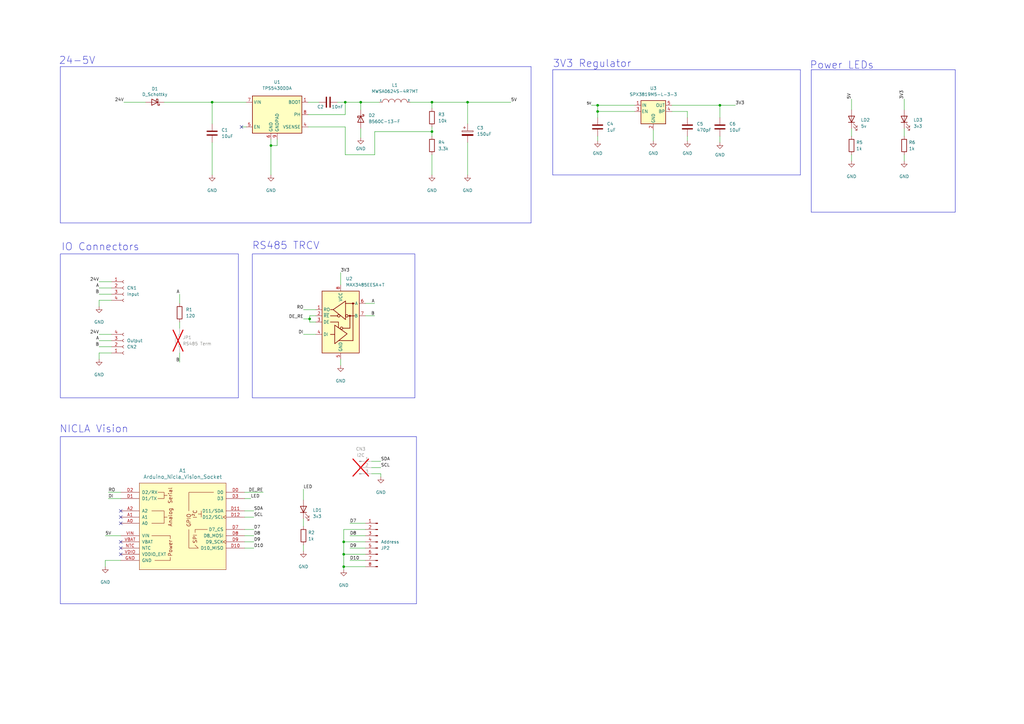
<source format=kicad_sch>
(kicad_sch (version 20250114) (generator "eeschema") (generator_version "9.0")
  (paper "A3")
  (title_block (title "NiclaVCarrier") (date "2025-07-20") (rev "1.0"))
  (lib_symbols
    (symbol "Connector:Conn_01x03_Pin" (pin_names (offset 1.016) (hide yes))
      (property "Reference" "J" (at 0 5.08 0))
      (property "Value" "Conn_01x03_Pin" (at 0 -5.08 0))
      (symbol "Conn_01x03_Pin_1_1"
        (rectangle (start 0.8636 2.667) (end 0 2.413) (stroke (width 0.1524)) (fill (type outline)))
        (rectangle (start 0.8636 0.127) (end 0 -0.127) (stroke (width 0.1524)) (fill (type outline)))
        (rectangle (start 0.8636 -2.413) (end 0 -2.667) (stroke (width 0.1524)) (fill (type outline)))
        (polyline (pts (xy 1.27 2.54) (xy 0.8636 2.54)) (stroke (width 0.1524)))
        (polyline (pts (xy 1.27 0) (xy 0.8636 0)) (stroke (width 0.1524)))
        (polyline (pts (xy 1.27 -2.54) (xy 0.8636 -2.54)) (stroke (width 0.1524)))
        (pin passive line (at 5.08 2.54 180) (length 3.81) (name "Pin_1") (number "1"))
        (pin passive line (at 5.08 0 180) (length 3.81) (name "Pin_2") (number "2"))
        (pin passive line (at 5.08 -2.54 180) (length 3.81) (name "Pin_3") (number "3"))
      )
    )
    (symbol "Connector:Conn_01x04_Socket" (pin_names (offset 1.016) (hide yes))
      (property "Reference" "J" (at 0 5.08 0))
      (property "Value" "Conn_01x04_Socket" (at 0 -7.62 0))
      (symbol "Conn_01x04_Socket_1_1"
        (polyline (pts (xy -1.27 2.54) (xy -0.508 2.54)) (stroke (width 0.1524)))
        (polyline (pts (xy -1.27 0) (xy -0.508 0)) (stroke (width 0.1524)))
        (polyline (pts (xy -1.27 -2.54) (xy -0.508 -2.54)) (stroke (width 0.1524)))
        (polyline (pts (xy -1.27 -5.08) (xy -0.508 -5.08)) (stroke (width 0.1524)))
        (arc (start 0 2.032) (mid -0.5058 2.54) (end 0 3.048) (stroke (width 0.1524)))
        (arc (start 0 -0.508) (mid -0.5058 0) (end 0 0.508) (stroke (width 0.1524)))
        (arc (start 0 -3.048) (mid -0.5058 -2.54) (end 0 -2.032) (stroke (width 0.1524)))
        (arc (start 0 -5.588) (mid -0.5058 -5.08) (end 0 -4.572) (stroke (width 0.1524)))
        (pin passive line (at -5.08 2.54 0) (length 3.81) (name "Pin_1") (number "1"))
        (pin passive line (at -5.08 0 0) (length 3.81) (name "Pin_2") (number "2"))
        (pin passive line (at -5.08 -2.54 0) (length 3.81) (name "Pin_3") (number "3"))
        (pin passive line (at -5.08 -5.08 0) (length 3.81) (name "Pin_4") (number "4"))
      )
    )
    (symbol "Connector:Conn_01x08_Pin" (pin_names (offset 1.016) (hide yes))
      (property "Reference" "J" (at 0 10.16 0))
      (property "Value" "Conn_01x08_Pin" (at 0 -12.7 0))
      (symbol "Conn_01x08_Pin_1_1"
        (rectangle (start 0.8636 7.747) (end 0 7.493) (stroke (width 0.1524)) (fill (type outline)))
        (rectangle (start 0.8636 5.207) (end 0 4.953) (stroke (width 0.1524)) (fill (type outline)))
        (rectangle (start 0.8636 2.667) (end 0 2.413) (stroke (width 0.1524)) (fill (type outline)))
        (rectangle (start 0.8636 0.127) (end 0 -0.127) (stroke (width 0.1524)) (fill (type outline)))
        (rectangle (start 0.8636 -2.413) (end 0 -2.667) (stroke (width 0.1524)) (fill (type outline)))
        (rectangle (start 0.8636 -4.953) (end 0 -5.207) (stroke (width 0.1524)) (fill (type outline)))
        (rectangle (start 0.8636 -7.493) (end 0 -7.747) (stroke (width 0.1524)) (fill (type outline)))
        (rectangle (start 0.8636 -10.033) (end 0 -10.287) (stroke (width 0.1524)) (fill (type outline)))
        (polyline (pts (xy 1.27 7.62) (xy 0.8636 7.62)) (stroke (width 0.1524)))
        (polyline (pts (xy 1.27 5.08) (xy 0.8636 5.08)) (stroke (width 0.1524)))
        (polyline (pts (xy 1.27 2.54) (xy 0.8636 2.54)) (stroke (width 0.1524)))
        (polyline (pts (xy 1.27 0) (xy 0.8636 0)) (stroke (width 0.1524)))
        (polyline (pts (xy 1.27 -2.54) (xy 0.8636 -2.54)) (stroke (width 0.1524)))
        (polyline (pts (xy 1.27 -5.08) (xy 0.8636 -5.08)) (stroke (width 0.1524)))
        (polyline (pts (xy 1.27 -7.62) (xy 0.8636 -7.62)) (stroke (width 0.1524)))
        (polyline (pts (xy 1.27 -10.16) (xy 0.8636 -10.16)) (stroke (width 0.1524)))
        (pin passive line (at 5.08 7.62 180) (length 3.81) (name "Pin_1") (number "1"))
        (pin passive line (at 5.08 5.08 180) (length 3.81) (name "Pin_2") (number "2"))
        (pin passive line (at 5.08 2.54 180) (length 3.81) (name "Pin_3") (number "3"))
        (pin passive line (at 5.08 0 180) (length 3.81) (name "Pin_4") (number "4"))
        (pin passive line (at 5.08 -2.54 180) (length 3.81) (name "Pin_5") (number "5"))
        (pin passive line (at 5.08 -5.08 180) (length 3.81) (name "Pin_6") (number "6"))
        (pin passive line (at 5.08 -7.62 180) (length 3.81) (name "Pin_7") (number "7"))
        (pin passive line (at 5.08 -10.16 180) (length 3.81) (name "Pin_8") (number "8"))
      )
    )
    (symbol "Device:C" (pin_numbers (hide yes)) (pin_names (offset 0.254))
      (property "Reference" "C" (at 0.635 2.54 0))
      (property "Value" "C" (at 0.635 -2.54 0))
      (symbol "C_0_1"
        (polyline (pts (xy -2.032 0.762) (xy 2.032 0.762)) (stroke (width 0.508)))
        (polyline (pts (xy -2.032 -0.762) (xy 2.032 -0.762)) (stroke (width 0.508)))
      )
      (symbol "C_1_1"
        (pin passive line (at 0 3.81 270) (length 2.794) (name "~") (number "1"))
        (pin passive line (at 0 -3.81 90) (length 2.794) (name "~") (number "2"))
      )
    )
    (symbol "Device:C_Polarized" (pin_numbers (hide yes)) (pin_names (offset 0.254))
      (property "Reference" "C" (at 0.635 2.54 0))
      (property "Value" "C_Polarized" (at 0.635 -2.54 0))
      (symbol "C_Polarized_0_1"
        (rectangle (start -2.286 0.508) (end 2.286 1.016))
        (polyline (pts (xy -1.778 2.286) (xy -0.762 2.286)))
        (polyline (pts (xy -1.27 2.794) (xy -1.27 1.778)))
        (rectangle (start 2.286 -0.508) (end -2.286 -1.016) (fill (type outline)))
      )
      (symbol "C_Polarized_1_1"
        (pin passive line (at 0 3.81 270) (length 2.794) (name "~") (number "1"))
        (pin passive line (at 0 -3.81 90) (length 2.794) (name "~") (number "2"))
      )
    )
    (symbol "Device:D_Schottky" (pin_numbers (hide yes)) (pin_names (offset 1.016) (hide yes))
      (property "Reference" "D" (at 0 2.54 0))
      (property "Value" "D_Schottky" (at 0 -2.54 0))
      (symbol "D_Schottky_0_1"
        (polyline (pts (xy -1.905 0.635) (xy -1.905 1.27) (xy -1.27 1.27) (xy -1.27 -1.27) (xy -0.635 -1.27) (xy -0.635 -0.635)) (stroke (width 0.254)))
        (polyline (pts (xy 1.27 1.27) (xy 1.27 -1.27) (xy -1.27 0) (xy 1.27 1.27)) (stroke (width 0.254)))
        (polyline (pts (xy 1.27 0) (xy -1.27 0)))
      )
      (symbol "D_Schottky_1_1"
        (pin passive line (at -3.81 0 0) (length 2.54) (name "K") (number "1"))
        (pin passive line (at 3.81 0 180) (length 2.54) (name "A") (number "2"))
      )
    )
    (symbol "Device:LED" (pin_numbers (hide yes)) (pin_names (offset 1.016) (hide yes))
      (property "Reference" "D" (at 0 2.54 0))
      (property "Value" "LED" (at 0 -2.54 0))
      (symbol "LED_0_1"
        (polyline (pts (xy -3.048 -0.762) (xy -4.572 -2.286) (xy -3.81 -2.286) (xy -4.572 -2.286) (xy -4.572 -1.524)))
        (polyline (pts (xy -1.778 -0.762) (xy -3.302 -2.286) (xy -2.54 -2.286) (xy -3.302 -2.286) (xy -3.302 -1.524)))
        (polyline (pts (xy -1.27 0) (xy 1.27 0)))
        (polyline (pts (xy -1.27 -1.27) (xy -1.27 1.27)) (stroke (width 0.254)))
        (polyline (pts (xy 1.27 -1.27) (xy 1.27 1.27) (xy -1.27 0) (xy 1.27 -1.27)) (stroke (width 0.254)))
      )
      (symbol "LED_1_1"
        (pin passive line (at -3.81 0 0) (length 2.54) (name "K") (number "1"))
        (pin passive line (at 3.81 0 180) (length 2.54) (name "A") (number "2"))
      )
    )
    (symbol "Device:R" (pin_numbers (hide yes)) (pin_names (offset 0))
      (property "Reference" "R" (at 2.032 0 90))
      (property "Value" "R" (at 0 0 90))
      (symbol "R_0_1"
        (rectangle (start -1.016 -2.54) (end 1.016 2.54) (stroke (width 0.254)))
      )
      (symbol "R_1_1"
        (pin passive line (at 0 3.81 270) (length 1.27) (name "~") (number "1"))
        (pin passive line (at 0 -3.81 90) (length 1.27) (name "~") (number "2"))
      )
    )
    (symbol "Interface_UART:MAX485E"
      (property "Reference" "U" (at -6.985 13.97 0))
      (property "Value" "MAX485E" (at 1.905 13.97 0))
      (symbol "MAX485E_0_1"
        (rectangle (start -7.62 12.7) (end 7.62 -12.7) (stroke (width 0.254)) (fill (type background)))
        (polyline (pts (xy -4.191 2.54) (xy -1.27 2.54)) (stroke (width 0.254)))
        (polyline (pts (xy -4.191 0) (xy -0.889 0) (xy -0.889 -2.286)) (stroke (width 0.254)))
        (polyline (pts (xy -3.175 5.08) (xy -4.191 5.08) (xy -4.064 5.08)) (stroke (width 0.254)))
        (polyline (pts (xy -2.54 -5.08) (xy -4.191 -5.08)) (stroke (width 0.254)))
        (polyline (pts (xy -2.413 -5.08) (xy -2.413 -1.27) (xy 2.667 -4.826) (xy -2.413 -8.89) (xy -2.413 -5.08)) (stroke (width 0.254)))
        (polyline (pts (xy -0.635 -7.62) (xy 5.08 -7.62)) (stroke (width 0.254)))
        (circle (center 0.381 -2.54) (radius 0.508) (stroke (width 0.254)))
        (polyline (pts (xy 0.889 -2.54) (xy 3.81 -2.54)) (stroke (width 0.254)))
        (polyline (pts (xy 2.032 7.62) (xy 5.715 7.62)) (stroke (width 0.254)))
        (polyline (pts (xy 3.048 2.54) (xy 5.715 2.54)) (stroke (width 0.254)))
        (circle (center 3.81 2.54) (radius 0.2794) (stroke (width 0.254)) (fill (type outline)))
        (polyline (pts (xy 3.81 -2.54) (xy 3.81 2.54)) (stroke (width 0.254)))
        (polyline (pts (xy 5.08 -7.62) (xy 5.08 7.62)) (stroke (width 0.254)))
      )
      (symbol "MAX485E_1_1"
        (circle (center -0.762 2.54) (radius 0.508) (stroke (width 0.254)))
        (polyline (pts (xy 2.032 4.826) (xy 2.032 8.636) (xy -3.048 5.08) (xy 2.032 1.016) (xy 2.032 4.826)) (stroke (width 0.254)))
        (circle (center 2.54 2.54) (radius 0.508) (stroke (width 0.254)))
        (circle (center 5.08 7.62) (radius 0.2794) (stroke (width 0.254)) (fill (type outline)))
        (pin output line (at -10.16 5.08 0) (length 2.54) (name "RO") (number "1"))
        (pin input line (at -10.16 2.54 0) (length 2.54) (name "~{RE}") (number "2"))
        (pin input line (at -10.16 0 0) (length 2.54) (name "DE") (number "3"))
        (pin input line (at -10.16 -5.08 0) (length 2.54) (name "DI") (number "4"))
        (pin power_in line (at 0 15.24 270) (length 2.54) (name "VCC") (number "8"))
        (pin power_in line (at 0 -15.24 90) (length 2.54) (name "GND") (number "5"))
        (pin bidirectional line (at 10.16 7.62 180) (length 2.54) (name "A") (number "6"))
        (pin bidirectional line (at 10.16 2.54 180) (length 2.54) (name "B") (number "7"))
      )
    )
    (symbol "Jumper:Jumper_2_Open" (pin_numbers (hide yes)) (pin_names (offset 0) (hide yes))
      (property "Reference" "JP" (at 0 2.794 0))
      (property "Value" "Jumper_2_Open" (at 0 -2.286 0))
      (symbol "Jumper_2_Open_0_0"
        (circle (center -2.032 0) (radius 0.508))
        (circle (center 2.032 0) (radius 0.508))
      )
      (symbol "Jumper_2_Open_0_1"
        (arc (start -1.524 1.27) (mid 0 1.778) (end 1.524 1.27))
      )
      (symbol "Jumper_2_Open_1_1"
        (pin passive line (at -5.08 0 0) (length 2.54) (name "A") (number "1"))
        (pin passive line (at 5.08 0 180) (length 2.54) (name "B") (number "2"))
      )
    )
    (symbol "Regulator_Linear:SPX3819M5-L-3-3" (pin_names (offset 0.254))
      (property "Reference" "U" (at -3.81 5.715 0))
      (property "Value" "SPX3819M5-L-3-3" (at 0 5.715 0))
      (symbol "SPX3819M5-L-3-3_0_1"
        (rectangle (start -5.08 4.445) (end 5.08 -5.08) (stroke (width 0.254)) (fill (type background)))
      )
      (symbol "SPX3819M5-L-3-3_1_1"
        (pin power_in line (at -7.62 2.54 0) (length 2.54) (name "IN") (number "1"))
        (pin input line (at -7.62 0 0) (length 2.54) (name "EN") (number "3"))
        (pin power_in line (at 0 -7.62 90) (length 2.54) (name "GND") (number "2"))
        (pin power_out line (at 7.62 2.54 180) (length 2.54) (name "OUT") (number "5"))
        (pin input line (at 7.62 0 180) (length 2.54) (name "BP") (number "4"))
      )
    )
    (symbol "Regulator_Switching:TPS5430DDA"
      (property "Reference" "U" (at -10.16 8.89 0))
      (property "Value" "TPS5430DDA" (at -1.27 8.89 0))
      (symbol "TPS5430DDA_0_1"
        (rectangle (start -10.16 7.62) (end 10.16 -7.62) (stroke (width 0.254)) (fill (type background)))
      )
      (symbol "TPS5430DDA_1_1"
        (pin power_in line (at -12.7 5.08 0) (length 2.54) (name "VIN") (number "7"))
        (pin input line (at -12.7 -5.08 0) (length 2.54) (name "EN") (number "5"))
        (pin no_connect line (at -10.16 2.54 0) (length 2.54) (hide yes) (name "NC") (number "2"))
        (pin no_connect line (at -10.16 -2.54 0) (length 2.54) (hide yes) (name "NC") (number "3"))
        (pin power_in line (at -2.54 -10.16 90) (length 2.54) (name "GND") (number "6"))
        (pin power_in line (at 0 -10.16 90) (length 2.54) (name "GNDPAD") (number "9"))
        (pin input line (at 12.7 5.08 180) (length 2.54) (name "BOOT") (number "1"))
        (pin output line (at 12.7 0 180) (length 2.54) (name "PH") (number "8"))
        (pin input line (at 12.7 -5.08 180) (length 2.54) (name "VSENSE") (number "4"))
      )
    )
    (symbol "arduino-library:Arduino_Nicla_Vision_Socket" (pin_names (offset 1.016))
      (property "Reference" "A" (at 0 33.02 0))
      (property "Value" "Arduino_Nicla_Vision_Socket" (at 0 29.21 0))
      (symbol "Arduino_Nicla_Vision_Socket_0_0"
        (rectangle (start -17.78 26.67) (end 17.78 -8.89) (fill (type background)))
        (polyline (pts (xy -11.43 -5.08) (xy -5.08 -5.08) (xy -5.08 -3.81)))
        (polyline (pts (xy -10.16 22.86) (xy -7.62 22.86) (xy -7.62 20.32) (xy -10.16 20.32)))
        (polyline (pts (xy -7.62 21.59) (xy -6.35 21.59)))
        (polyline (pts (xy -7.62 12.7) (xy -6.35 12.7)))
        (polyline (pts (xy -5.08 3.81) (xy -5.08 5.08) (xy -12.7 5.08)))
        (polyline (pts (xy 5.08 6.35) (xy 5.08 6.35) (xy 5.08 7.62) (xy 10.16 7.62)))
        (polyline (pts (xy 6.35 0) (xy 6.35 0) (xy 6.35 0) (xy 5.08 1.27)))
        (polyline (pts (xy 7.62 13.97) (xy 6.35 13.97)))
        (polyline (pts (xy 7.62 12.7) (xy 7.62 12.7) (xy 7.62 15.24) (xy 7.62 15.24)))
        (text "Serial" (at -5.08 21.59 900) (effects (font (size 1.524 1.524))))
        (text "Analog" (at -5.08 12.7 900) (effects (font (size 1.524 1.524))))
        (text "Power" (at -5.08 0 900) (effects (font (size 1.524 1.524))))
        (text "I²C" (at 5.08 13.97 900) (effects (font (size 1.524 1.524))))
      )
      (symbol "Arduino_Nicla_Vision_Socket_0_1"
        (polyline (pts (xy -12.7 15.24) (xy -7.62 15.24) (xy -7.62 12.7)))
        (polyline (pts (xy -12.7 10.16) (xy -7.62 10.16) (xy -7.62 12.7)))
        (polyline (pts (xy 6.35 0) (xy 2.54 0) (xy 2.54 7.62)))
        (polyline (pts (xy 12.7 22.86) (xy 2.54 22.86) (xy 2.54 15.24)))
      )
      (symbol "Arduino_Nicla_Vision_Socket_1_0"
        (text "GPIO" (at 2.54 11.43 900) (effects (font (size 1.524 1.524))))
        (text "SPI" (at 5.08 3.81 900) (effects (font (size 1.524 1.524))))
      )
      (symbol "Arduino_Nicla_Vision_Socket_1_1"
        (pin bidirectional line (at -25.4 22.86 0) (length 7.62) (name "D2/RX") (number "D2"))
        (pin bidirectional line (at -25.4 20.32 0) (length 7.62) (name "D1/TX") (number "D1"))
        (pin bidirectional line (at -25.4 15.24 0) (length 7.62) (name "A2") (number "A2"))
        (pin bidirectional line (at -25.4 12.7 0) (length 7.62) (name "A1") (number "A1"))
        (pin bidirectional line (at -25.4 10.16 0) (length 7.62) (name "A0") (number "A0"))
        (pin power_in line (at -25.4 5.08 0) (length 7.62) (name "VIN") (number "VIN"))
        (pin power_in line (at -25.4 2.54 0) (length 7.62) (name "VBAT") (number "VBAT"))
        (pin input line (at -25.4 0 0) (length 7.62) (name "NTC") (number "NTC"))
        (pin power_out line (at -25.4 -2.54 0) (length 7.62) (name "VDDIO_EXT") (number "VDIO"))
        (pin power_in line (at -25.4 -5.08 0) (length 7.62) (name "GND") (number "GND"))
        (pin bidirectional line (at 25.4 22.86 180) (length 7.62) (name "D0") (number "D0"))
        (pin bidirectional line (at 25.4 20.32 180) (length 7.62) (name "D3") (number "D3"))
        (pin bidirectional line (at 25.4 15.24 180) (length 7.62) (name "D11/SDA") (number "D11"))
        (pin bidirectional clock (at 25.4 12.7 180) (length 7.62) (name "D12/SCL") (number "D12"))
        (pin bidirectional line (at 25.4 7.62 180) (length 7.62) (name "D7_CS") (number "D7"))
        (pin bidirectional line (at 25.4 5.08 180) (length 7.62) (name "D8_MOSI") (number "D8"))
        (pin bidirectional clock (at 25.4 2.54 180) (length 7.62) (name "D9_SCK") (number "D9"))
        (pin bidirectional line (at 25.4 0 180) (length 7.62) (name "D10_MISO") (number "D10"))
      )
    )
    (symbol "power:GND" (power) (pin_names (offset 0))
      (property "Value" "GND" (at 0 -3.81 0))
      (symbol "GND_0_1"
        (polyline (pts (xy 0 0) (xy 0 -1.27) (xy 1.27 -1.27) (xy 0 -2.54) (xy -1.27 -1.27) (xy 0 -1.27)))
      )
      (symbol "GND_1_1"
        (pin power_in line (at 0 0 270) (length 0) (hide yes) (name "GND") (number "1"))
      )
    )
    (symbol "pspice:INDUCTOR" (pin_numbers (hide yes)) (pin_names (offset 0))
      (property "Reference" "L" (at 0 2.54 0))
      (property "Value" "INDUCTOR" (at 0 -1.27 0))
      (symbol "INDUCTOR_0_1"
        (arc (start -5.08 0) (mid -3.81 1.2645) (end -2.54 0))
        (arc (start -2.54 0) (mid -1.27 1.2645) (end 0 0))
        (arc (start 0 0) (mid 1.27 1.2645) (end 2.54 0))
        (arc (start 2.54 0) (mid 3.81 1.2645) (end 5.08 0))
      )
      (symbol "INDUCTOR_1_1"
        (pin input line (at -6.35 0 0) (length 1.27) (name "1") (number "1"))
        (pin input line (at 6.35 0 180) (length 1.27) (name "2") (number "2"))
      )
    )
  )
  (rectangle (start 103.505 104.14) (end 170.18 163.195))
  (rectangle (start 24.765 179.07) (end 170.815 247.65))
  (rectangle (start 24.765 104.14) (end 97.79 163.195))
  (text "RS485 TRCV" (at 103.378 102.616 0) (effects (font (size 3 3)) (justify left bottom)))
  (text "3V3 Regulator" (at 226.695 27.94 0) (effects (font (size 3 3)) (justify left bottom)))
  (text "NICLA Vision" (at 24.384 177.8 0) (effects (font (size 3 3)) (justify left bottom)))
  (text "Power LEDs" (at 332.105 28.575 0) (effects (font (size 3 3)) (justify left bottom)))
  (text "24-5V" (at 24.13 26.67 0) (effects (font (size 3 3)) (justify left bottom)))
  (text "IO Connectors" (at 25.146 103.124 0) (effects (font (size 3 3)) (justify left bottom)))
  (junction (at 147.955 41.91))
  (junction (at 245.11 43.18))
  (junction (at 295.275 43.18))
  (junction (at 191.77 41.91))
  (junction (at 140.97 232.41))
  (junction (at 111.125 59.69))
  (junction (at 127 130.81))
  (junction (at 86.995 41.91))
  (junction (at 140.97 222.25))
  (junction (at 140.97 227.33))
  (junction (at 177.165 41.91))
  (junction (at 141.605 41.91))
  (junction (at 245.11 45.72))
  (junction (at 177.165 53.975))
  (no_connect (at 49.53 224.79))
  (no_connect (at 49.53 214.63))
  (no_connect (at 49.53 212.09))
  (no_connect (at 99.06 52.07))
  (no_connect (at 49.53 222.25))
  (no_connect (at 49.53 209.55))
  (no_connect (at 49.53 227.33))
  (wire (pts (xy 177.165 53.975) (xy 177.165 55.88)))
  (wire (pts (xy 295.275 43.18) (xy 295.275 48.26)))
  (wire (pts (xy 153.67 63.5) (xy 153.67 53.975)))
  (wire (pts (xy 127 132.08) (xy 127 130.81)))
  (wire (pts (xy 370.84 63.5) (xy 370.84 66.04)))
  (polyline (pts (xy 332.74 86.995) (xy 391.795 86.995)))
  (polyline (pts (xy 332.74 28.575) (xy 332.74 86.995)))
  (wire (pts (xy 124.46 223.52) (xy 124.46 226.06)))
  (polyline (pts (xy 226.695 28.575) (xy 328.295 28.575)))
  (wire (pts (xy 111.125 57.15) (xy 111.125 59.69)))
  (wire (pts (xy 127 130.81) (xy 124.46 130.81)))
  (wire (pts (xy 40.64 115.57) (xy 45.72 115.57)))
  (polyline (pts (xy 332.74 28.575) (xy 391.795 28.575)))
  (wire (pts (xy 124.46 212.725) (xy 124.46 215.9)))
  (wire (pts (xy 140.97 232.41) (xy 140.97 233.68)))
  (wire (pts (xy 275.59 45.72) (xy 281.94 45.72)))
  (wire (pts (xy 86.995 41.91) (xy 86.995 50.8)))
  (wire (pts (xy 139.7 147.32) (xy 139.7 149.86)))
  (wire (pts (xy 140.97 227.33) (xy 149.86 227.33)))
  (wire (pts (xy 143.51 219.71) (xy 149.86 219.71)))
  (wire (pts (xy 49.53 229.87) (xy 43.18 229.87)))
  (wire (pts (xy 43.18 219.71) (xy 49.53 219.71)))
  (wire (pts (xy 349.25 63.5) (xy 349.25 66.04)))
  (wire (pts (xy 40.64 137.16) (xy 45.72 137.16)))
  (wire (pts (xy 275.59 43.18) (xy 295.275 43.18)))
  (wire (pts (xy 141.605 41.91) (xy 147.955 41.91)))
  (wire (pts (xy 100.33 201.93) (xy 107.95 201.93)))
  (wire (pts (xy 113.665 59.69) (xy 111.125 59.69)))
  (wire (pts (xy 73.66 132.08) (xy 73.66 134.62)))
  (wire (pts (xy 295.275 55.88) (xy 295.275 58.42)))
  (wire (pts (xy 124.46 137.16) (xy 129.54 137.16)))
  (polyline (pts (xy 226.695 71.755) (xy 328.295 71.755)))
  (wire (pts (xy 245.11 45.72) (xy 245.11 48.26)))
  (wire (pts (xy 40.64 144.78) (xy 40.64 147.32)))
  (wire (pts (xy 141.605 52.07) (xy 141.605 63.5)))
  (wire (pts (xy 44.45 204.47) (xy 49.53 204.47)))
  (wire (pts (xy 149.86 217.17) (xy 140.97 217.17)))
  (wire (pts (xy 126.365 41.91) (xy 130.81 41.91)))
  (wire (pts (xy 370.84 52.705) (xy 370.84 55.88)))
  (wire (pts (xy 245.11 43.18) (xy 245.11 45.72)))
  (wire (pts (xy 45.72 123.19) (xy 40.64 123.19)))
  (wire (pts (xy 100.33 219.71) (xy 104.14 219.71)))
  (wire (pts (xy 100.33 217.17) (xy 104.14 217.17)))
  (wire (pts (xy 40.64 123.19) (xy 40.64 125.73)))
  (wire (pts (xy 147.955 52.705) (xy 147.955 56.515)))
  (polyline (pts (xy 391.795 86.995) (xy 391.795 28.575)))
  (wire (pts (xy 143.51 224.79) (xy 149.86 224.79)))
  (wire (pts (xy 141.605 63.5) (xy 153.67 63.5)))
  (wire (pts (xy 73.66 120.65) (xy 73.66 124.46)))
  (wire (pts (xy 147.955 41.91) (xy 147.955 45.085)))
  (wire (pts (xy 100.33 212.09) (xy 104.14 212.09)))
  (wire (pts (xy 143.51 229.87) (xy 149.86 229.87)))
  (polyline (pts (xy 24.765 27.305) (xy 24.765 91.44)))
  (wire (pts (xy 281.94 55.88) (xy 281.94 57.785)))
  (wire (pts (xy 43.18 229.87) (xy 43.18 232.41)))
  (wire (pts (xy 149.86 129.54) (xy 153.67 129.54)))
  (wire (pts (xy 242.57 43.18) (xy 245.11 43.18)))
  (wire (pts (xy 267.97 53.34) (xy 267.97 57.785)))
  (wire (pts (xy 140.97 217.17) (xy 140.97 222.25)))
  (wire (pts (xy 152.4 191.77) (xy 156.21 191.77)))
  (wire (pts (xy 245.11 45.72) (xy 260.35 45.72)))
  (wire (pts (xy 126.365 46.99) (xy 141.605 46.99)))
  (wire (pts (xy 152.4 194.31) (xy 156.21 194.31)))
  (wire (pts (xy 168.275 41.91) (xy 177.165 41.91)))
  (polyline (pts (xy 328.295 71.755) (xy 328.295 28.575)))
  (wire (pts (xy 124.46 127) (xy 129.54 127)))
  (wire (pts (xy 370.84 40.64) (xy 370.84 45.085)))
  (wire (pts (xy 177.165 41.91) (xy 177.165 44.45)))
  (wire (pts (xy 129.54 132.08) (xy 127 132.08)))
  (polyline (pts (xy 24.765 27.305) (xy 217.805 27.305)))
  (wire (pts (xy 156.21 194.31) (xy 156.21 195.58)))
  (wire (pts (xy 40.64 142.24) (xy 45.72 142.24)))
  (wire (pts (xy 129.54 129.54) (xy 127 129.54)))
  (wire (pts (xy 191.77 58.42) (xy 191.77 71.755)))
  (wire (pts (xy 44.45 201.93) (xy 49.53 201.93)))
  (wire (pts (xy 281.94 45.72) (xy 281.94 48.26)))
  (wire (pts (xy 73.66 144.78) (xy 73.66 148.59)))
  (wire (pts (xy 50.8 41.91) (xy 59.69 41.91)))
  (wire (pts (xy 140.97 222.25) (xy 149.86 222.25)))
  (wire (pts (xy 349.25 52.705) (xy 349.25 55.88)))
  (wire (pts (xy 40.64 139.7) (xy 45.72 139.7)))
  (wire (pts (xy 100.33 204.47) (xy 102.87 204.47)))
  (wire (pts (xy 152.4 189.23) (xy 156.21 189.23)))
  (polyline (pts (xy 226.695 28.575) (xy 226.695 71.755)))
  (wire (pts (xy 139.7 111.76) (xy 139.7 116.84)))
  (polyline (pts (xy 217.805 91.44) (xy 217.805 27.305)))
  (wire (pts (xy 40.64 144.78) (xy 45.72 144.78)))
  (wire (pts (xy 67.31 41.91) (xy 86.995 41.91)))
  (wire (pts (xy 124.46 200.66) (xy 124.46 205.105)))
  (wire (pts (xy 100.33 209.55) (xy 104.14 209.55)))
  (wire (pts (xy 40.64 120.65) (xy 45.72 120.65)))
  (wire (pts (xy 177.165 52.07) (xy 177.165 53.975)))
  (wire (pts (xy 100.33 222.25) (xy 104.14 222.25)))
  (wire (pts (xy 177.165 63.5) (xy 177.165 71.755)))
  (wire (pts (xy 140.97 222.25) (xy 140.97 227.33)))
  (wire (pts (xy 127 129.54) (xy 127 130.81)))
  (wire (pts (xy 138.43 41.91) (xy 141.605 41.91)))
  (wire (pts (xy 111.125 59.69) (xy 111.125 71.755)))
  (wire (pts (xy 143.51 214.63) (xy 149.86 214.63)))
  (wire (pts (xy 153.67 53.975) (xy 177.165 53.975)))
  (wire (pts (xy 191.77 41.91) (xy 191.77 50.8)))
  (wire (pts (xy 141.605 41.91) (xy 141.605 46.99)))
  (wire (pts (xy 349.25 40.64) (xy 349.25 45.085)))
  (wire (pts (xy 86.995 41.91) (xy 100.965 41.91)))
  (wire (pts (xy 147.955 41.91) (xy 155.575 41.91)))
  (wire (pts (xy 177.165 41.91) (xy 191.77 41.91)))
  (wire (pts (xy 99.06 52.07) (xy 100.965 52.07)))
  (wire (pts (xy 100.33 224.79) (xy 104.14 224.79)))
  (wire (pts (xy 140.97 227.33) (xy 140.97 232.41)))
  (wire (pts (xy 113.665 57.15) (xy 113.665 59.69)))
  (wire (pts (xy 126.365 52.07) (xy 141.605 52.07)))
  (wire (pts (xy 245.11 55.88) (xy 245.11 57.785)))
  (wire (pts (xy 140.97 232.41) (xy 149.86 232.41)))
  (polyline (pts (xy 24.765 91.44) (xy 217.805 91.44)))
  (wire (pts (xy 295.275 43.18) (xy 301.625 43.18)))
  (wire (pts (xy 260.35 43.18) (xy 245.11 43.18)))
  (wire (pts (xy 191.77 41.91) (xy 209.55 41.91)))
  (wire (pts (xy 86.995 58.42) (xy 86.995 71.755)))
  (wire (pts (xy 149.86 124.46) (xy 153.67 124.46)))
  (wire (pts (xy 40.64 118.11) (xy 45.72 118.11)))
  (label "3V3" (at 139.7 111.76 0))
  (label "SCL" (at 104.14 212.09 0))
  (label "5V" (at 349.25 40.64 90))
  (label "D7" (at 104.14 217.17 0))
  (label "DE_RE" (at 124.46 130.81 180))
  (label "B" (at 40.64 120.65 180))
  (label "LED" (at 124.46 200.66 0))
  (label "B" (at 73.66 148.59 180))
  (label "D7" (at 143.51 214.63 0))
  (label "24V" (at 40.64 137.16 180))
  (label "D10" (at 104.14 224.79 0))
  (label "RO" (at 44.45 201.93 0))
  (label "A" (at 40.64 118.11 180))
  (label "A" (at 40.64 139.7 180))
  (label "RO" (at 124.46 127 180))
  (label "D9" (at 143.51 224.79 0))
  (label "24V" (at 50.8 41.91 180))
  (label "3V3" (at 370.84 40.64 90))
  (label "3V3" (at 301.625 43.18 0))
  (label "D8" (at 104.14 219.71 0))
  (label "B" (at 153.67 129.54 180))
  (label "DI" (at 44.45 204.47 0))
  (label "5V" (at 43.18 219.71 0))
  (label "5V" (at 209.55 41.91 0))
  (label "SCL" (at 156.21 191.77 0))
  (label "A" (at 73.66 120.65 180))
  (label "D8" (at 143.51 219.71 0))
  (label "DE_RE" (at 107.95 201.93 180))
  (label "D10" (at 143.51 229.87 0))
  (label "A" (at 153.67 124.46 180))
  (label "SDA" (at 156.21 189.23 0))
  (label "SDA" (at 104.14 209.55 0))
  (label "D9" (at 104.14 222.25 0))
  (label "B" (at 40.64 142.24 180))
  (label "LED" (at 102.87 204.47 0))
  (label "5V" (at 242.57 43.18 180) (effects (font (size 0.9906 0.9906))))
  (label "DI" (at 124.46 137.16 180))
  (label "24V" (at 40.64 115.57 180))
  (symbol (lib_id "Connector:Conn_01x04_Socket") (at 50.8 142.24 0) (mirror x) (unit 1)
    (property "Reference" "CN2" (at 52.07 142.2401 0) (effects (justify left)))
    (property "Value" "Output" (at 52.07 139.7001 0) (effects (justify left)))
    (property "Footprint" "Connector_Phoenix_MSTB:PhoenixContact_MSTBA_2,5_4-G-5,08_1x04_P5.08mm_Horizontal" (effects (hide yes)))
    (property "Description" "Generic connector, single row, 01x04, script generated" (effects (hide yes)))
    (property "LCSC" "C192796" (effects (hide yes)))
  )
  (symbol (lib_id "power:GND") (at 139.7 149.86 0) (unit 1)
    (property "Reference" "#PWR07" (effects (hide yes)))
    (property "Value" "GND" (at 139.7 156.21 0))
  )
  (symbol (lib_id "Device:LED") (at 349.25 48.895 90) (unit 1)
    (property "Reference" "LD2" (at 353.06 49.2125 90) (effects (justify right)))
    (property "Value" "5v" (at 353.06 51.7525 90) (effects (justify right)))
    (property "Footprint" "LED_SMD:LED_0603_1608Metric" (effects (hide yes)))
    (property "LCSC" "C2286" (effects (hide yes)))
  )
  (symbol (lib_id "Connector:Conn_01x08_Pin") (at 154.94 222.25 0) (mirror y) (unit 1)
    (property "Reference" "JP2" (at 156.21 224.7901 0) (effects (justify right)))
    (property "Value" "Address" (at 156.21 222.2501 0) (effects (justify right)))
    (property "Footprint" "Connector_PinHeader_2.54mm:PinHeader_2x04_P2.54mm_Vertical" (effects (hide yes)))
    (property "Description" "Generic connector, single row, 01x08, script generated" (effects (hide yes)))
    (property "LCSC" "C225289" (effects (hide yes)))
  )
  (symbol (lib_id "power:GND") (at 43.18 232.41 0) (unit 1)
    (property "Reference" "#PWR03" (effects (hide yes)))
    (property "Value" "GND" (at 43.18 238.76 0))
  )
  (symbol (lib_id "power:GND") (at 349.25 66.04 0) (unit 1)
    (property "Reference" "#PWR016" (effects (hide yes)))
    (property "Value" "GND" (at 349.25 72.39 0))
  )
  (symbol (lib_id "power:GND") (at 40.64 125.73 0) (unit 1)
    (property "Reference" "#PWR01" (effects (hide yes)))
    (property "Value" "GND" (at 40.64 132.08 0))
  )
  (symbol (lib_id "Device:LED") (at 370.84 48.895 90) (unit 1)
    (property "Reference" "LD3" (at 374.65 49.2125 90) (effects (justify right)))
    (property "Value" "3v3" (at 374.65 51.7525 90) (effects (justify right)))
    (property "Footprint" "LED_SMD:LED_0603_1608Metric" (effects (hide yes)))
    (property "LCSC" "C2286" (effects (hide yes)))
  )
  (symbol (lib_id "pspice:INDUCTOR") (at 161.925 41.91 0) (unit 1)
    (property "Reference" "L1" (at 161.925 34.925 0))
    (property "Value" "MWSA0624S-4R7MT" (at 161.925 37.465 0))
    (property "Footprint" "Inductor_SMD:L_Bourns_SRP7028A_7.3x6.6mm" (effects (hide yes)))
    (property "LCSC" "C408433" (effects (hide yes)))
  )
  (symbol (lib_id "Jumper:Jumper_2_Open") (at 73.66 139.7 90) (unit 1) (in_bom no) (dnp yes)
    (property "Reference" "JP1" (at 74.93 138.4299 90) (effects (justify right)))
    (property "Value" "RS485 Term" (at 74.93 140.9699 90) (effects (justify right)))
    (property "Footprint" "Connector_PinHeader_2.54mm:PinHeader_1x02_P2.54mm_Vertical" (effects (hide yes)))
    (property "Description" "Jumper, 2-pole, open" (effects (hide yes)))
  )
  (symbol (lib_id "arduino-library:Arduino_Nicla_Vision_Socket") (at 74.93 224.79 0) (unit 1)
    (property "Reference" "A1" (at 74.93 193.04 0) (effects (font (size 1.524 1.524))))
    (property "Value" "Arduino_Nicla_Vision_Socket" (at 74.93 195.58 0) (effects (font (size 1.524 1.524))))
    (property "Footprint" "Footprint:Arduino_Nicla_Vision_Socket" (effects (hide yes)))
    (property "Datasheet" "https://docs.arduino.cc/hardware/nicla-vision" (effects (hide yes)))
    (property "Description" "Socket for Arduino Nicla Vision" (effects (hide yes)))
  )
  (symbol (lib_id "Device:C") (at 245.11 52.07 0) (unit 1)
    (property "Reference" "C4" (at 248.92 50.7999 0) (effects (justify left)))
    (property "Value" "1uF" (at 248.92 53.3399 0) (effects (justify left)))
    (property "Footprint" "Capacitor_SMD:C_0603_1608Metric" (effects (hide yes)))
    (property "LCSC" "C15849" (effects (hide yes)))
  )
  (symbol (lib_id "power:GND") (at 111.125 71.755 0) (unit 1)
    (property "Reference" "#PWR05" (effects (hide yes)))
    (property "Value" "GND" (at 111.125 78.105 0))
  )
  (symbol (lib_id "Device:D_Schottky") (at 147.955 48.895 270) (unit 1)
    (property "Reference" "D2" (at 151.13 47.3074 90) (effects (justify left)))
    (property "Value" "B560C-13-F" (at 151.13 49.8474 90) (effects (justify left)))
    (property "Footprint" "Diode_SMD:D_SMC" (effects (hide yes)))
    (property "LCSC" "C85100" (effects (hide yes)))
  )
  (symbol (lib_id "power:GND") (at 267.97 57.785 0) (unit 1)
    (property "Reference" "#PWR013" (effects (hide yes)))
    (property "Value" "GND" (at 267.97 62.865 0))
  )
  (symbol (lib_id "Device:C") (at 281.94 52.07 0) (unit 1)
    (property "Reference" "C5" (at 285.75 50.7999 0) (effects (justify left)))
    (property "Value" "470pF" (at 285.75 53.3399 0) (effects (justify left)))
    (property "Footprint" "Capacitor_SMD:C_0402_1005Metric" (effects (hide yes)))
    (property "LCSC" "C1537" (effects (hide yes)))
  )
  (symbol (lib_id "Device:R") (at 177.165 48.26 0) (unit 1)
    (property "Reference" "R3" (at 179.705 46.9899 0) (effects (justify left)))
    (property "Value" "10k" (at 179.705 49.5299 0) (effects (justify left)))
    (property "Footprint" "Resistor_SMD:R_0805_2012Metric" (effects (hide yes)))
    (property "LCSC" "C17414" (effects (hide yes)))
  )
  (symbol (lib_id "Device:R") (at 370.84 59.69 0) (unit 1)
    (property "Reference" "R6" (at 372.745 58.4199 0) (effects (justify left)))
    (property "Value" "1k" (at 372.745 60.9599 0) (effects (justify left)))
    (property "Footprint" "Resistor_SMD:R_0402_1005Metric" (effects (hide yes)))
    (property "LCSC" "C140196" (effects (hide yes)))
  )
  (symbol (lib_id "Regulator_Linear:SPX3819M5-L-3-3") (at 267.97 45.72 0) (unit 1)
    (property "Reference" "U3" (at 267.97 36.195 0))
    (property "Value" "SPX3819M5-L-3-3" (at 267.97 38.735 0))
    (property "Footprint" "Package_TO_SOT_SMD:SOT-23-5" (effects (hide yes)))
    (property "Datasheet" "https://www.exar.com/content/document.ashx?id=22106&languageid=1033&type=Datasheet&partnumber=SPX3819&filename=SPX3819.pdf&part=SPX3819" (effects (hide yes)))
    (property "LCSC" "C9055" (effects (hide yes)))
  )
  (symbol (lib_id "Connector:Conn_01x03_Pin") (at 147.32 191.77 0) (unit 1) (in_bom no) (on_board no) (dnp yes)
    (property "Reference" "CN3" (at 147.955 184.15 0))
    (property "Value" "I2C" (at 147.955 186.69 0))
    (property "Footprint" "Connector_PinHeader_2.54mm:PinHeader_1x03_P2.54mm_Vertical" (effects (hide yes)))
    (property "Description" "Generic connector, single row, 01x03, script generated" (effects (hide yes)))
  )
  (symbol (lib_id "Device:R") (at 349.25 59.69 0) (unit 1)
    (property "Reference" "R5" (at 351.155 58.4199 0) (effects (justify left)))
    (property "Value" "1k" (at 351.155 60.9599 0) (effects (justify left)))
    (property "Footprint" "Resistor_SMD:R_0402_1005Metric" (effects (hide yes)))
    (property "LCSC" "C140196" (effects (hide yes)))
  )
  (symbol (lib_id "power:GND") (at 295.275 58.42 0) (unit 1)
    (property "Reference" "#PWR015" (effects (hide yes)))
    (property "Value" "GND" (at 295.275 63.5 0))
  )
  (symbol (lib_id "power:GND") (at 40.64 147.32 0) (unit 1)
    (property "Reference" "#PWR02" (effects (hide yes)))
    (property "Value" "GND" (at 40.64 153.67 0))
  )
  (symbol (lib_id "Device:R") (at 177.165 59.69 0) (unit 1)
    (property "Reference" "R4" (at 179.705 58.4199 0) (effects (justify left)))
    (property "Value" "3.3k" (at 179.705 60.9599 0) (effects (justify left)))
    (property "Footprint" "Resistor_SMD:R_0805_2012Metric" (effects (hide yes)))
    (property "LCSC" "C26010" (effects (hide yes)))
  )
  (symbol (lib_id "Device:C") (at 86.995 54.61 0) (unit 1)
    (property "Reference" "C1" (at 90.805 53.3399 0) (effects (justify left)))
    (property "Value" "10uF" (at 90.805 55.8799 0) (effects (justify left)))
    (property "Footprint" "Capacitor_SMD:C_1206_3216Metric" (effects (hide yes)))
    (property "LCSC" "C13585" (effects (hide yes)))
  )
  (symbol (lib_id "Device:D_Schottky") (at 63.5 41.91 180) (unit 1)
    (property "Reference" "D1" (at 63.5 36.4236 0))
    (property "Value" "D_Schottky" (at 63.5 38.735 0))
    (property "Footprint" "Diode_SMD:D_SMA" (effects (hide yes)))
    (property "LCSC" "C412514" (effects (hide yes)))
  )
  (symbol (lib_id "Device:LED") (at 124.46 208.915 90) (unit 1)
    (property "Reference" "LD1" (at 128.27 209.2325 90) (effects (justify right)))
    (property "Value" "3v3" (at 128.27 211.7725 90) (effects (justify right)))
    (property "Footprint" "LED_SMD:LED_0603_1608Metric" (effects (hide yes)))
    (property "LCSC" "C2286" (effects (hide yes)))
  )
  (symbol (lib_id "power:GND") (at 140.97 233.68 0) (unit 1)
    (property "Reference" "#PWR018" (effects (hide yes)))
    (property "Value" "GND" (at 140.97 240.03 0))
  )
  (symbol (lib_id "Regulator_Switching:TPS5430DDA") (at 113.665 46.99 0) (unit 1)
    (property "Reference" "U1" (at 113.665 33.655 0))
    (property "Value" "TPS5430DDA" (at 113.665 36.195 0))
    (property "Footprint" "Package_SO:TI_SO-PowerPAD-8_ThermalVias" (effects (hide yes)))
    (property "Datasheet" "http://www.ti.com/lit/ds/symlink/tps5430.pdf" (effects (hide yes)))
    (property "LCSC" "C9864" (effects (hide yes)))
  )
  (symbol (lib_id "power:GND") (at 86.995 71.755 0) (unit 1)
    (property "Reference" "#PWR04" (effects (hide yes)))
    (property "Value" "GND" (at 86.995 78.105 0))
  )
  (symbol (lib_id "power:GND") (at 370.84 66.04 0) (unit 1)
    (property "Reference" "#PWR017" (effects (hide yes)))
    (property "Value" "GND" (at 370.84 72.39 0))
  )
  (symbol (lib_id "Interface_UART:MAX485E") (at 139.7 132.08 0) (unit 1)
    (property "Reference" "U2" (at 141.8433 114.3 0) (effects (justify left)))
    (property "Value" "MAX3485EESA+T" (at 141.8433 116.84 0) (effects (justify left)))
    (property "Footprint" "Package_SO:SOIC-8_3.9x4.9mm_P1.27mm" (effects (hide yes)))
    (property "Description" "Half duplex RS-485/RS-422, 2.5 Mbps, ±15kV electro-static discharge (ESD) protection, no slew-rate, no low-power shutdown, with receiver/driver enable, 32 receiver drive capability, DIP-8 and SOIC-8" (effects (hide yes)))
    (property "LCSC" "C9943" (effects (hide yes)))
  )
  (symbol (lib_id "Device:R") (at 124.46 219.71 0) (unit 1)
    (property "Reference" "R2" (at 126.365 218.4399 0) (effects (justify left)))
    (property "Value" "1k" (at 126.365 220.9799 0) (effects (justify left)))
    (property "Footprint" "Resistor_SMD:R_0402_1005Metric" (effects (hide yes)))
    (property "LCSC" "C140196" (effects (hide yes)))
  )
  (symbol (lib_id "power:GND") (at 177.165 71.755 0) (unit 1)
    (property "Reference" "#PWR010" (effects (hide yes)))
    (property "Value" "GND" (at 177.165 78.105 0))
  )
  (symbol (lib_id "Connector:Conn_01x04_Socket") (at 50.8 118.11 0) (unit 1)
    (property "Reference" "CN1" (at 52.07 118.1099 0) (effects (justify left)))
    (property "Value" "Input" (at 52.07 120.6499 0) (effects (justify left)))
    (property "Footprint" "Connector_Phoenix_MSTB:PhoenixContact_MSTBA_2,5_4-G-5,08_1x04_P5.08mm_Horizontal" (effects (hide yes)))
    (property "Description" "Generic connector, single row, 01x04, script generated" (effects (hide yes)))
    (property "LCSC" "C192796" (effects (hide yes)))
  )
  (symbol (lib_id "Device:C_Polarized") (at 191.77 54.61 0) (unit 1)
    (property "Reference" "C3" (at 195.58 52.4509 0) (effects (justify left)))
    (property "Value" "150uF" (at 195.58 54.9909 0) (effects (justify left)))
    (property "Footprint" "Capacitor_SMD:CP_Elec_6.3x7.7" (effects (hide yes)))
    (property "LCSC" "C7471880" (effects (hide yes)))
  )
  (symbol (lib_id "power:GND") (at 156.21 195.58 0) (unit 1)
    (property "Reference" "#PWR09" (effects (hide yes)))
    (property "Value" "GND" (at 156.21 201.93 0))
  )
  (symbol (lib_id "Device:R") (at 73.66 128.27 0) (unit 1)
    (property "Reference" "R1" (at 76.2 126.9999 0) (effects (justify left)))
    (property "Value" "120" (at 76.2 129.5399 0) (effects (justify left)))
    (property "Footprint" "Resistor_SMD:R_0603_1608Metric" (effects (hide yes)))
    (property "Description" "Resistor" (effects (hide yes)))
    (property "LCSC" "C177328" (effects (hide yes)))
  )
  (symbol (lib_id "power:GND") (at 147.955 56.515 0) (unit 1)
    (property "Reference" "#PWR08" (effects (hide yes)))
    (property "Value" "GND" (at 147.955 60.96 0))
  )
  (symbol (lib_id "power:GND") (at 191.77 71.755 0) (unit 1)
    (property "Reference" "#PWR011" (effects (hide yes)))
    (property "Value" "GND" (at 191.77 78.105 0))
  )
  (symbol (lib_id "power:GND") (at 245.11 57.785 0) (unit 1)
    (property "Reference" "#PWR012" (effects (hide yes)))
    (property "Value" "GND" (at 245.11 62.865 0))
  )
  (symbol (lib_id "power:GND") (at 281.94 57.785 0) (unit 1)
    (property "Reference" "#PWR014" (effects (hide yes)))
    (property "Value" "GND" (at 281.94 62.865 0))
  )
  (symbol (lib_id "Device:C") (at 295.275 52.07 0) (unit 1)
    (property "Reference" "C6" (at 299.085 50.7999 0) (effects (justify left)))
    (property "Value" "10uF" (at 299.085 53.3399 0) (effects (justify left)))
    (property "Footprint" "Capacitor_SMD:C_0603_1608Metric" (effects (hide yes)))
    (property "LCSC" "C96446" (effects (hide yes)))
  )
  (symbol (lib_id "power:GND") (at 124.46 226.06 0) (unit 1)
    (property "Reference" "#PWR06" (effects (hide yes)))
    (property "Value" "GND" (at 124.46 232.41 0))
  )
  (symbol (lib_id "Device:C") (at 134.62 41.91 270) (unit 1)
    (property "Reference" "C2" (at 131.445 43.815 90))
    (property "Value" "10nF" (at 138.43 43.815 90))
    (property "Footprint" "Capacitor_SMD:C_0402_1005Metric" (effects (hide yes)))
    (property "LCSC" "C15195" (effects (hide yes)))
  )
)
</source>
